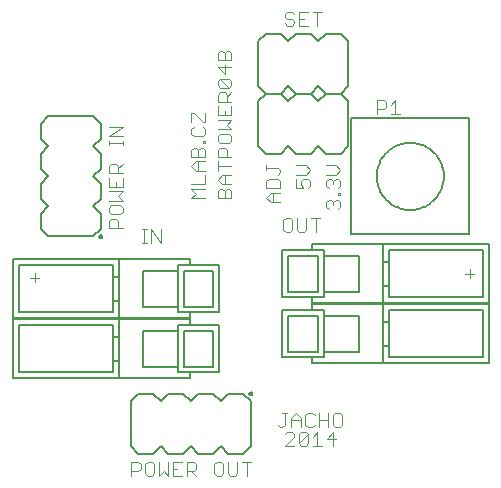
<source format=gbr>
G75*
G70*
%OFA0B0*%
%FSLAX24Y24*%
%IPPOS*%
%LPD*%
%AMOC8*
5,1,8,0,0,1.08239X$1,22.5*
%
%ADD10C,0.0040*%
%ADD11C,0.0060*%
%ADD12C,0.0050*%
D10*
X004200Y000450D02*
X004200Y000910D01*
X004430Y000910D01*
X004507Y000834D01*
X004507Y000680D01*
X004430Y000603D01*
X004200Y000603D01*
X004660Y000527D02*
X004737Y000450D01*
X004891Y000450D01*
X004967Y000527D01*
X004967Y000834D01*
X004891Y000910D01*
X004737Y000910D01*
X004660Y000834D01*
X004660Y000527D01*
X005121Y000450D02*
X005274Y000603D01*
X005428Y000450D01*
X005428Y000910D01*
X005581Y000910D02*
X005581Y000450D01*
X005888Y000450D01*
X006042Y000450D02*
X006042Y000910D01*
X006272Y000910D01*
X006348Y000834D01*
X006348Y000680D01*
X006272Y000603D01*
X006042Y000603D01*
X006195Y000603D02*
X006348Y000450D01*
X005888Y000910D02*
X005581Y000910D01*
X005581Y000680D02*
X005735Y000680D01*
X005121Y000910D02*
X005121Y000450D01*
X006962Y000527D02*
X007039Y000450D01*
X007193Y000450D01*
X007269Y000527D01*
X007269Y000834D01*
X007193Y000910D01*
X007039Y000910D01*
X006962Y000834D01*
X006962Y000527D01*
X007423Y000527D02*
X007499Y000450D01*
X007653Y000450D01*
X007730Y000527D01*
X007730Y000910D01*
X007883Y000910D02*
X008190Y000910D01*
X008037Y000910D02*
X008037Y000450D01*
X007423Y000527D02*
X007423Y000910D01*
X009075Y002152D02*
X009152Y002075D01*
X009228Y002075D01*
X009305Y002152D01*
X009305Y002535D01*
X009228Y002535D02*
X009382Y002535D01*
X009535Y002382D02*
X009689Y002535D01*
X009842Y002382D01*
X009842Y002075D01*
X009862Y001910D02*
X010016Y001910D01*
X010092Y001834D01*
X009785Y001527D01*
X009862Y001450D01*
X010016Y001450D01*
X010092Y001527D01*
X010092Y001834D01*
X010246Y001757D02*
X010399Y001910D01*
X010399Y001450D01*
X010246Y001450D02*
X010553Y001450D01*
X010706Y001680D02*
X011013Y001680D01*
X010936Y001450D02*
X010936Y001910D01*
X010706Y001680D01*
X010763Y002075D02*
X010763Y002535D01*
X010917Y002459D02*
X010917Y002152D01*
X010993Y002075D01*
X011147Y002075D01*
X011223Y002152D01*
X011223Y002459D01*
X011147Y002535D01*
X010993Y002535D01*
X010917Y002459D01*
X010763Y002305D02*
X010456Y002305D01*
X010303Y002152D02*
X010226Y002075D01*
X010073Y002075D01*
X009996Y002152D01*
X009996Y002459D01*
X010073Y002535D01*
X010226Y002535D01*
X010303Y002459D01*
X010456Y002535D02*
X010456Y002075D01*
X009862Y001910D02*
X009785Y001834D01*
X009785Y001527D01*
X009632Y001450D02*
X009325Y001450D01*
X009632Y001757D01*
X009632Y001834D01*
X009555Y001910D01*
X009402Y001910D01*
X009325Y001834D01*
X009535Y002075D02*
X009535Y002382D01*
X009535Y002305D02*
X009842Y002305D01*
X015325Y007180D02*
X015632Y007180D01*
X015478Y007334D02*
X015478Y007027D01*
X011160Y009415D02*
X011083Y009339D01*
X011160Y009415D02*
X011160Y009569D01*
X011083Y009646D01*
X011007Y009646D01*
X010930Y009569D01*
X010930Y009492D01*
X010930Y009569D02*
X010853Y009646D01*
X010776Y009646D01*
X010700Y009569D01*
X010700Y009415D01*
X010776Y009339D01*
X010490Y009035D02*
X010183Y009035D01*
X010030Y009035D02*
X010030Y008652D01*
X009953Y008575D01*
X009800Y008575D01*
X009723Y008652D01*
X009723Y009035D01*
X009569Y008959D02*
X009493Y009035D01*
X009339Y009035D01*
X009263Y008959D01*
X009263Y008652D01*
X009339Y008575D01*
X009493Y008575D01*
X009569Y008652D01*
X009569Y008959D01*
X009160Y009569D02*
X008853Y009569D01*
X008700Y009722D01*
X008853Y009876D01*
X009160Y009876D01*
X009160Y010029D02*
X009160Y010259D01*
X009083Y010336D01*
X008776Y010336D01*
X008700Y010259D01*
X008700Y010029D01*
X009160Y010029D01*
X008930Y009876D02*
X008930Y009569D01*
X009700Y010029D02*
X009700Y010336D01*
X009700Y010490D02*
X010007Y010490D01*
X010160Y010643D01*
X010007Y010797D01*
X009700Y010797D01*
X009930Y010336D02*
X010083Y010336D01*
X010160Y010259D01*
X010160Y010106D01*
X010083Y010029D01*
X009930Y010029D02*
X009853Y010183D01*
X009853Y010259D01*
X009930Y010336D01*
X009930Y010029D02*
X009700Y010029D01*
X009160Y010566D02*
X009160Y010643D01*
X009083Y010720D01*
X008700Y010720D01*
X008700Y010643D02*
X008700Y010797D01*
X009083Y010490D02*
X009160Y010566D01*
X010700Y010490D02*
X011007Y010490D01*
X011160Y010643D01*
X011007Y010797D01*
X010700Y010797D01*
X010776Y010336D02*
X010853Y010336D01*
X010930Y010259D01*
X011007Y010336D01*
X011083Y010336D01*
X011160Y010259D01*
X011160Y010106D01*
X011083Y010029D01*
X011083Y009876D02*
X011160Y009876D01*
X011160Y009799D01*
X011083Y009799D01*
X011083Y009876D01*
X010776Y010029D02*
X010700Y010106D01*
X010700Y010259D01*
X010776Y010336D01*
X010930Y010259D02*
X010930Y010183D01*
X010337Y009035D02*
X010337Y008575D01*
X007535Y009700D02*
X007535Y009930D01*
X007458Y010007D01*
X007382Y010007D01*
X007305Y009930D01*
X007305Y009700D01*
X007535Y009700D02*
X007075Y009700D01*
X007075Y009930D01*
X007151Y010007D01*
X007228Y010007D01*
X007305Y009930D01*
X007305Y010160D02*
X007305Y010467D01*
X007228Y010467D02*
X007535Y010467D01*
X007535Y010160D02*
X007228Y010160D01*
X007075Y010314D01*
X007228Y010467D01*
X007075Y010621D02*
X007075Y010928D01*
X007075Y011081D02*
X007075Y011311D01*
X007151Y011388D01*
X007305Y011388D01*
X007382Y011311D01*
X007382Y011081D01*
X007535Y011081D02*
X007075Y011081D01*
X007075Y010774D02*
X007535Y010774D01*
X007458Y011542D02*
X007151Y011542D01*
X007075Y011618D01*
X007075Y011772D01*
X007151Y011848D01*
X007458Y011848D01*
X007535Y011772D01*
X007535Y011618D01*
X007458Y011542D01*
X007535Y012002D02*
X007075Y012002D01*
X007075Y012309D02*
X007535Y012309D01*
X007382Y012155D01*
X007535Y012002D01*
X007535Y012462D02*
X007535Y012769D01*
X007535Y012923D02*
X007075Y012923D01*
X007075Y013153D01*
X007151Y013230D01*
X007305Y013230D01*
X007382Y013153D01*
X007382Y012923D01*
X007382Y013076D02*
X007535Y013230D01*
X007458Y013383D02*
X007151Y013690D01*
X007458Y013690D01*
X007535Y013613D01*
X007535Y013460D01*
X007458Y013383D01*
X007151Y013383D01*
X007075Y013460D01*
X007075Y013613D01*
X007151Y013690D01*
X007305Y013844D02*
X007305Y014150D01*
X007305Y014304D02*
X007305Y014534D01*
X007382Y014611D01*
X007458Y014611D01*
X007535Y014534D01*
X007535Y014304D01*
X007075Y014304D01*
X007075Y014534D01*
X007151Y014611D01*
X007228Y014611D01*
X007305Y014534D01*
X007535Y014074D02*
X007075Y014074D01*
X007305Y013844D01*
X007075Y012769D02*
X007075Y012462D01*
X007535Y012462D01*
X007305Y012462D02*
X007305Y012616D01*
X006660Y012539D02*
X006660Y012232D01*
X006583Y012232D01*
X006276Y012539D01*
X006200Y012539D01*
X006200Y012232D01*
X006276Y012079D02*
X006200Y012002D01*
X006200Y011848D01*
X006276Y011772D01*
X006583Y011772D01*
X006660Y011848D01*
X006660Y012002D01*
X006583Y012079D01*
X006583Y011618D02*
X006660Y011618D01*
X006660Y011542D01*
X006583Y011542D01*
X006583Y011618D01*
X006583Y011388D02*
X006660Y011311D01*
X006660Y011081D01*
X006200Y011081D01*
X006200Y011311D01*
X006276Y011388D01*
X006353Y011388D01*
X006430Y011311D01*
X006430Y011081D01*
X006430Y010928D02*
X006430Y010621D01*
X006353Y010621D02*
X006200Y010774D01*
X006353Y010928D01*
X006660Y010928D01*
X006660Y010621D02*
X006353Y010621D01*
X006660Y010467D02*
X006660Y010160D01*
X006200Y010160D01*
X006200Y010007D02*
X006660Y010007D01*
X006660Y009700D02*
X006200Y009700D01*
X006353Y009853D01*
X006200Y010007D01*
X006430Y011311D02*
X006507Y011388D01*
X006583Y011388D01*
X003910Y011462D02*
X003910Y011616D01*
X003910Y011539D02*
X003450Y011539D01*
X003450Y011462D02*
X003450Y011616D01*
X003450Y011769D02*
X003910Y012076D01*
X003450Y012076D01*
X003450Y011769D02*
X003910Y011769D01*
X003910Y010848D02*
X003757Y010695D01*
X003757Y010772D02*
X003757Y010542D01*
X003910Y010542D02*
X003450Y010542D01*
X003450Y010772D01*
X003526Y010848D01*
X003680Y010848D01*
X003757Y010772D01*
X003910Y010388D02*
X003910Y010081D01*
X003450Y010081D01*
X003450Y010388D01*
X003680Y010235D02*
X003680Y010081D01*
X003910Y009928D02*
X003450Y009928D01*
X003450Y009621D02*
X003910Y009621D01*
X003757Y009774D01*
X003910Y009928D01*
X003833Y009467D02*
X003526Y009467D01*
X003450Y009391D01*
X003450Y009237D01*
X003526Y009160D01*
X003833Y009160D01*
X003910Y009237D01*
X003910Y009391D01*
X003833Y009467D01*
X003680Y009007D02*
X003526Y009007D01*
X003450Y008930D01*
X003450Y008700D01*
X003910Y008700D01*
X003757Y008700D02*
X003757Y008930D01*
X003680Y009007D01*
X004558Y008660D02*
X004711Y008660D01*
X004634Y008660D02*
X004634Y008200D01*
X004558Y008200D02*
X004711Y008200D01*
X004865Y008200D02*
X004865Y008660D01*
X005172Y008200D01*
X005172Y008660D01*
X001132Y007055D02*
X000825Y007055D01*
X000978Y006902D02*
X000978Y007209D01*
X009325Y015527D02*
X009402Y015450D01*
X009555Y015450D01*
X009632Y015527D01*
X009632Y015603D01*
X009555Y015680D01*
X009402Y015680D01*
X009325Y015757D01*
X009325Y015834D01*
X009402Y015910D01*
X009555Y015910D01*
X009632Y015834D01*
X009785Y015910D02*
X009785Y015450D01*
X010092Y015450D01*
X009939Y015680D02*
X009785Y015680D01*
X009785Y015910D02*
X010092Y015910D01*
X010246Y015910D02*
X010553Y015910D01*
X010399Y015910D02*
X010399Y015450D01*
X012388Y012973D02*
X012618Y012973D01*
X012694Y012896D01*
X012694Y012743D01*
X012618Y012666D01*
X012388Y012666D01*
X012388Y012513D02*
X012388Y012973D01*
X012848Y012819D02*
X013001Y012973D01*
X013001Y012513D01*
X012848Y012513D02*
X013155Y012513D01*
D11*
X011430Y012930D02*
X011430Y011430D01*
X011180Y011180D01*
X010680Y011180D01*
X010430Y011430D01*
X010180Y011180D01*
X009680Y011180D01*
X009430Y011430D01*
X009180Y011180D01*
X008680Y011180D01*
X008430Y011430D01*
X008430Y012930D01*
X008680Y013180D01*
X009180Y013180D01*
X009430Y013430D01*
X009680Y013180D01*
X010180Y013180D01*
X010430Y013430D01*
X010680Y013180D01*
X011180Y013180D01*
X011430Y013430D01*
X011430Y014930D01*
X011180Y015180D01*
X010680Y015180D01*
X010430Y014930D01*
X010180Y015180D01*
X009680Y015180D01*
X009430Y014930D01*
X009180Y015180D01*
X008680Y015180D01*
X008430Y014930D01*
X008430Y013430D01*
X008680Y013180D01*
X009180Y013180D01*
X009430Y012930D01*
X009680Y013180D01*
X010180Y013180D01*
X010430Y012930D01*
X010680Y013180D01*
X011180Y013180D01*
X011430Y012930D01*
X003180Y012180D02*
X003180Y011680D01*
X002930Y011430D01*
X003180Y011180D01*
X003180Y010680D01*
X002930Y010430D01*
X003180Y010180D01*
X003180Y009680D01*
X002930Y009430D01*
X003180Y009180D01*
X003180Y008680D01*
X002930Y008430D01*
X001430Y008430D01*
X001180Y008680D01*
X001180Y009180D01*
X001430Y009430D01*
X001180Y009680D01*
X001180Y010180D01*
X001430Y010430D01*
X001180Y010680D01*
X001180Y011180D01*
X001430Y011430D01*
X001180Y011680D01*
X001180Y012180D01*
X001430Y012430D01*
X002930Y012430D01*
X003180Y012180D01*
X004430Y003180D02*
X004180Y002930D01*
X004180Y001430D01*
X004430Y001180D01*
X004930Y001180D01*
X005180Y001430D01*
X005430Y001180D01*
X005930Y001180D01*
X006180Y001430D01*
X006430Y001180D01*
X006930Y001180D01*
X007180Y001430D01*
X007430Y001180D01*
X007930Y001180D01*
X008180Y001430D01*
X008180Y002930D01*
X007930Y003180D01*
X007430Y003180D01*
X007180Y002930D01*
X006930Y003180D01*
X006430Y003180D01*
X006180Y002930D01*
X005930Y003180D01*
X005430Y003180D01*
X005180Y002930D01*
X004930Y003180D01*
X004430Y003180D01*
D12*
X000243Y003696D02*
X000243Y005664D01*
X003786Y005664D01*
X003786Y005074D01*
X003589Y005074D01*
X003589Y004286D01*
X003786Y004286D01*
X003786Y005074D01*
X003589Y005074D02*
X003589Y005467D01*
X000440Y005467D01*
X000440Y003893D01*
X003589Y003893D01*
X003589Y004286D01*
X003786Y004286D02*
X003786Y003696D01*
X000243Y003696D01*
X000243Y005696D02*
X000243Y007664D01*
X003786Y007664D01*
X003786Y007074D01*
X003589Y007074D01*
X003589Y006286D01*
X003786Y006286D01*
X003786Y007074D01*
X003589Y007074D02*
X003589Y007467D01*
X000440Y007467D01*
X000440Y005893D01*
X003589Y005893D01*
X003589Y006286D01*
X003786Y006286D02*
X003786Y005696D01*
X000243Y005696D01*
X003130Y008430D02*
X003132Y008443D01*
X003137Y008456D01*
X003146Y008467D01*
X003157Y008474D01*
X003170Y008479D01*
X003183Y008480D01*
X003197Y008477D01*
X003209Y008471D01*
X003219Y008462D01*
X003226Y008450D01*
X003230Y008437D01*
X003230Y008423D01*
X003226Y008410D01*
X003219Y008398D01*
X003209Y008389D01*
X003197Y008383D01*
X003183Y008380D01*
X003170Y008381D01*
X003157Y008386D01*
X003146Y008393D01*
X003137Y008404D01*
X003132Y008417D01*
X003130Y008430D01*
X003786Y007664D02*
X006149Y007664D01*
X006149Y007467D01*
X007133Y007467D01*
X007133Y005893D01*
X006149Y005893D01*
X006149Y005696D01*
X003786Y005696D01*
X003786Y005664D02*
X006149Y005664D01*
X006149Y005467D01*
X007133Y005467D01*
X007133Y003893D01*
X006149Y003893D01*
X006149Y003696D01*
X003786Y003696D01*
X004574Y004089D02*
X004574Y005271D01*
X005755Y005271D01*
X005755Y005467D01*
X006149Y005467D01*
X005952Y005271D02*
X006936Y005271D01*
X006936Y004089D01*
X005952Y004089D01*
X005952Y005271D01*
X005755Y005271D02*
X005755Y004089D01*
X004574Y004089D01*
X005755Y004089D02*
X005755Y003893D01*
X006149Y003893D01*
X006149Y005893D02*
X005755Y005893D01*
X005755Y006089D01*
X004574Y006089D01*
X004574Y007271D01*
X005755Y007271D01*
X005755Y007467D01*
X006149Y007467D01*
X005952Y007271D02*
X006936Y007271D01*
X006936Y006089D01*
X005952Y006089D01*
X005952Y007271D01*
X005755Y007271D02*
X005755Y006089D01*
X008130Y003180D02*
X008132Y003193D01*
X008137Y003206D01*
X008146Y003217D01*
X008157Y003224D01*
X008170Y003229D01*
X008183Y003230D01*
X008197Y003227D01*
X008209Y003221D01*
X008219Y003212D01*
X008226Y003200D01*
X008230Y003187D01*
X008230Y003173D01*
X008226Y003160D01*
X008219Y003148D01*
X008209Y003139D01*
X008197Y003133D01*
X008183Y003130D01*
X008170Y003131D01*
X008157Y003136D01*
X008146Y003143D01*
X008137Y003154D01*
X008132Y003167D01*
X008130Y003180D01*
X009227Y004393D02*
X010211Y004393D01*
X010211Y004196D01*
X012574Y004196D01*
X016117Y004196D01*
X016117Y006164D01*
X012574Y006164D01*
X012574Y005574D01*
X012771Y005574D01*
X012771Y005967D01*
X015920Y005967D01*
X015920Y004393D01*
X012771Y004393D01*
X012771Y004786D01*
X012574Y004786D01*
X012574Y004196D01*
X012574Y004786D02*
X012574Y005574D01*
X012771Y005574D02*
X012771Y004786D01*
X011786Y004589D02*
X011786Y005771D01*
X010605Y005771D01*
X010605Y004589D01*
X011786Y004589D01*
X010605Y004589D02*
X010605Y004393D01*
X010211Y004393D01*
X010408Y004589D02*
X009424Y004589D01*
X009424Y005771D01*
X010408Y005771D01*
X010408Y004589D01*
X009227Y004393D02*
X009227Y005967D01*
X010211Y005967D01*
X010211Y006164D01*
X012574Y006164D01*
X012574Y006196D02*
X016117Y006196D01*
X016117Y008164D01*
X012574Y008164D01*
X012574Y007574D01*
X012771Y007574D01*
X012771Y007967D01*
X015920Y007967D01*
X015920Y006393D01*
X012771Y006393D01*
X012771Y006786D01*
X012574Y006786D01*
X012574Y006196D01*
X010211Y006196D01*
X010211Y006393D01*
X009227Y006393D01*
X009227Y007967D01*
X010211Y007967D01*
X010211Y008164D01*
X012574Y008164D01*
X012574Y007574D02*
X012574Y006786D01*
X012771Y006786D02*
X012771Y007574D01*
X011786Y007771D02*
X011786Y006589D01*
X010605Y006589D01*
X010605Y006393D01*
X010211Y006393D01*
X010408Y006589D02*
X009424Y006589D01*
X009424Y007771D01*
X010408Y007771D01*
X010408Y006589D01*
X010605Y006589D02*
X010605Y007771D01*
X011786Y007771D01*
X011524Y008501D02*
X011524Y012359D01*
X015461Y012359D01*
X015461Y008501D01*
X011524Y008501D01*
X010605Y007967D02*
X010605Y007771D01*
X010605Y007967D02*
X010211Y007967D01*
X010211Y005967D02*
X010605Y005967D01*
X010605Y005771D01*
X012375Y010430D02*
X012377Y010496D01*
X012383Y010562D01*
X012393Y010628D01*
X012406Y010693D01*
X012424Y010757D01*
X012445Y010819D01*
X012470Y010881D01*
X012498Y010941D01*
X012530Y010999D01*
X012566Y011055D01*
X012604Y011108D01*
X012646Y011160D01*
X012691Y011209D01*
X012738Y011255D01*
X012789Y011298D01*
X012841Y011338D01*
X012896Y011375D01*
X012953Y011409D01*
X013012Y011439D01*
X013073Y011466D01*
X013135Y011489D01*
X013198Y011508D01*
X013263Y011524D01*
X013328Y011536D01*
X013394Y011544D01*
X013460Y011548D01*
X013526Y011548D01*
X013592Y011544D01*
X013658Y011536D01*
X013723Y011524D01*
X013788Y011508D01*
X013851Y011489D01*
X013913Y011466D01*
X013974Y011439D01*
X014033Y011409D01*
X014090Y011375D01*
X014145Y011338D01*
X014197Y011298D01*
X014248Y011255D01*
X014295Y011209D01*
X014340Y011160D01*
X014382Y011108D01*
X014420Y011055D01*
X014456Y010999D01*
X014488Y010941D01*
X014516Y010881D01*
X014541Y010819D01*
X014562Y010757D01*
X014580Y010693D01*
X014593Y010628D01*
X014603Y010562D01*
X014609Y010496D01*
X014611Y010430D01*
X014609Y010364D01*
X014603Y010298D01*
X014593Y010232D01*
X014580Y010167D01*
X014562Y010103D01*
X014541Y010041D01*
X014516Y009979D01*
X014488Y009919D01*
X014456Y009861D01*
X014420Y009805D01*
X014382Y009752D01*
X014340Y009700D01*
X014295Y009651D01*
X014248Y009605D01*
X014197Y009562D01*
X014145Y009522D01*
X014090Y009485D01*
X014033Y009451D01*
X013974Y009421D01*
X013913Y009394D01*
X013851Y009371D01*
X013788Y009352D01*
X013723Y009336D01*
X013658Y009324D01*
X013592Y009316D01*
X013526Y009312D01*
X013460Y009312D01*
X013394Y009316D01*
X013328Y009324D01*
X013263Y009336D01*
X013198Y009352D01*
X013135Y009371D01*
X013073Y009394D01*
X013012Y009421D01*
X012953Y009451D01*
X012896Y009485D01*
X012841Y009522D01*
X012789Y009562D01*
X012738Y009605D01*
X012691Y009651D01*
X012646Y009700D01*
X012604Y009752D01*
X012566Y009805D01*
X012530Y009861D01*
X012498Y009919D01*
X012470Y009979D01*
X012445Y010041D01*
X012424Y010103D01*
X012406Y010167D01*
X012393Y010232D01*
X012383Y010298D01*
X012377Y010364D01*
X012375Y010430D01*
M02*

</source>
